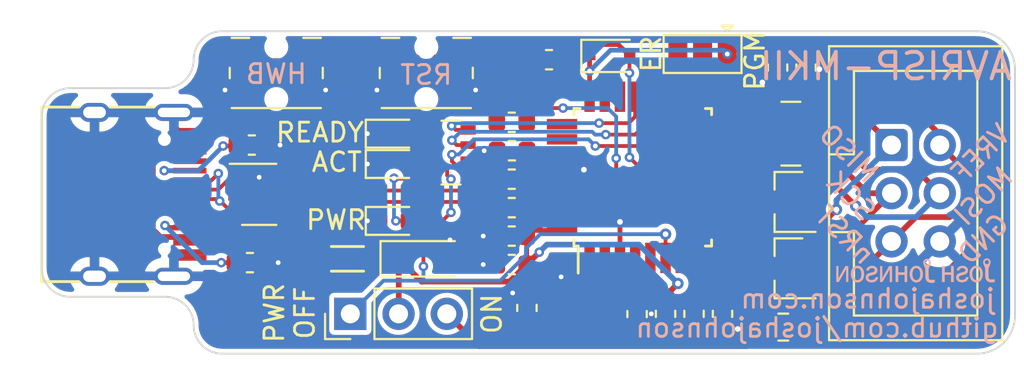
<source format=kicad_pcb>
(kicad_pcb (version 20201002) (generator pcbnew)
  (title_block (title "AVRISP-MKII") (date "2020-05-24") (rev "0.1") (company "Josh Johnson"))
  (layers (0 "F.Cu" signal) (31 "B.Cu" signal) (34 "B.Paste" user) (35 "F.Paste" user) (36 "B.SilkS" user "B.Silkscreen") (37 "F.SilkS" user "F.Silkscreen") (38 "B.Mask" user) (39 "F.Mask" user) (44 "Edge.Cuts" user))
  (net 0 "")
  (net 1 "GND")
  (net 2 "+5V")
  (net 3 "/RST")
  (net 4 "Net-(C5-Pad1)")
  (net 5 "Net-(C6-Pad1)")
  (net 6 "Net-(C7-Pad1)")
  (net 7 "VCC")
  (net 8 "Net-(C11-Pad1)")
  (net 9 "/V_TARGET")
  (net 10 "Net-(D2-Pad2)")
  (net 11 "Net-(D3-Pad2)")
  (net 12 "/ICSP_MOSI")
  (net 13 "/ICSP_MISO")
  (net 14 "Net-(D5-Pad2)")
  (net 15 "/ICSP_SCK")
  (net 16 "/ICSP_RST")
  (net 17 "Net-(F1-Pad2)")
  (net 18 "/D+")
  (net 19 "Net-(J1-PadA5)")
  (net 20 "/D-")
  (net 21 "Net-(J1-PadB5)")
  (net 22 "/USB_PWR_DET")
  (net 23 "Net-(R4-Pad1)")
  (net 24 "/USB_D+")
  (net 25 "Net-(R5-Pad1)")
  (net 26 "/USB_D-")
  (net 27 "Net-(R6-Pad1)")
  (net 28 "/LED_USB_PWR")
  (net 29 "/LED_READY")
  (net 30 "/LED_ACTIVITY")
  (net 31 "/PB2(MOSI)")
  (net 32 "/PB1(SCK)")
  (net 33 "/PB3(MISO)")
  (net 34 "/PB4(TARG_RST)")
  (net 35 "Net-(JP1-Pad2)")
  (module "LED_SMD:LED_0603_1608Metric" (layer "F.Cu") (at 147.8 106)
    (fp_text reference "D5" hide)
    (fp_text value "ACT")
    (pad "1" smd roundrect (at -0.7875 0) (size 0.875 0.95) (layers "F.Cu" "F.Paste" "F.Mask") (net 1 "GND"))
    (pad "2" smd roundrect (at 0.7875 0) (size 0.875 0.95) (layers "F.Cu" "F.Paste" "F.Mask") (net 14 "Net-(D5-Pad2)"))
  )
  (module "LED_SMD:LED_0603_1608Metric" (layer "F.Cu") (at 147.8 104.4)
    (fp_text reference "D3" hide)
    (fp_text value "STAT")
    (pad "1" smd roundrect (at -0.7875 0) (size 0.875 0.95) (layers "F.Cu" "F.Paste" "F.Mask") (net 1 "GND"))
    (pad "2" smd roundrect (at 0.7875 0) (size 0.875 0.95) (layers "F.Cu" "F.Paste" "F.Mask") (net 11 "Net-(D3-Pad2)"))
  )
  (module "Resistor_SMD:R_0603_1608Metric" (layer "F.Cu") (at 154 108.3 180)
    (fp_text reference "R6" hide)
    (fp_text value "22R")
    (pad "1" smd roundrect (at -0.7875 0 180) (size 0.875 0.95) (layers "F.Cu" "F.Paste" "F.Mask") (net 27 "Net-(R6-Pad1)"))
    (pad "2" smd roundrect (at 0.7875 0 180) (size 0.875 0.95) (layers "F.Cu" "F.Paste" "F.Mask") (net 26 "/USB_D-"))
  )
  (module "Capacitor_Tantalum_SMD:CP_EIA-3216-10_Kemet-I" (layer "F.Cu") (at 149.4 111)
    (fp_text reference "C4" hide)
    (fp_text value "100u")
    (pad "1" smd roundrect (at -1.35 0) (size 1.4 1.35) (layers "F.Cu" "F.Paste" "F.Mask") (roundrect_rratio 0.185185) (net 7 "VCC"))
    (pad "2" smd roundrect (at 1.35 0) (size 1.4 1.35) (layers "F.Cu" "F.Paste" "F.Mask") (roundrect_rratio 0.185185) (net 1 "GND"))
  )
  (module "Capacitor_SMD:C_0603_1608Metric" (layer "F.Cu") (at 154.8 113.5875 90)
    (fp_text reference "C5" hide)
    (fp_text value "15P")
    (pad "1" smd roundrect (at -0.7875 0 90) (size 0.875 0.95) (layers "F.Cu" "F.Paste" "F.Mask") (net 4 "Net-(C5-Pad1)"))
    (pad "2" smd roundrect (at 0.7875 0 90) (size 0.875 0.95) (layers "F.Cu" "F.Paste" "F.Mask") (net 1 "GND"))
  )
  (module "Capacitor_SMD:C_0603_1608Metric" (layer "F.Cu") (at 154.0125 105.3 180)
    (fp_text reference "C7" hide)
    (fp_text value "1u")
    (pad "1" smd roundrect (at -0.7875 0 180) (size 0.875 0.95) (layers "F.Cu" "F.Paste" "F.Mask") (net 6 "Net-(C7-Pad1)"))
    (pad "2" smd roundrect (at 0.7875 0 180) (size 0.875 0.95) (layers "F.Cu" "F.Paste" "F.Mask") (net 1 "GND"))
  )
  (module "Capacitor_SMD:C_0603_1608Metric" (layer "F.Cu") (at 154 111.3)
    (fp_text reference "C8" hide)
    (fp_text value "100n")
    (pad "1" smd roundrect (at -0.7875 0) (size 0.875 0.95) (layers "F.Cu" "F.Paste" "F.Mask") (net 1 "GND"))
    (pad "2" smd roundrect (at 0.7875 0) (size 0.875 0.95) (layers "F.Cu" "F.Paste" "F.Mask") (net 7 "VCC"))
  )
  (module "Capacitor_SMD:C_0603_1608Metric" (layer "F.Cu") (at 154 109.8)
    (fp_text reference "C9" hide)
    (fp_text value "100n")
    (pad "1" smd roundrect (at -0.7875 0) (size 0.875 0.95) (layers "F.Cu" "F.Paste" "F.Mask") (net 1 "GND"))
    (pad "2" smd roundrect (at 0.7875 0) (size 0.875 0.95) (layers "F.Cu" "F.Paste" "F.Mask") (net 7 "VCC"))
  )
  (module "LED_SMD:LED_0603_1608Metric" (layer "F.Cu") (at 147.8 109)
    (fp_text reference "D2" hide)
    (fp_text value "PWR")
    (pad "1" smd roundrect (at -0.7875 0) (size 0.875 0.95) (layers "F.Cu" "F.Paste" "F.Mask") (net 1 "GND"))
    (pad "2" smd roundrect (at 0.7875 0) (size 0.875 0.95) (layers "F.Cu" "F.Paste" "F.Mask") (net 10 "Net-(D2-Pad2)"))
  )
  (module "josh-passives-smt:Ferrite_Bead_0603" (layer "F.Cu") (at 145.4 111)
    (fp_text reference "FB1" hide)
    (fp_text value "600R" hide)
    (pad "1" smd rect (at -0.8 0) (size 0.85 1) (layers "F.Cu" "F.Paste" "F.Mask") (net 7 "VCC"))
    (pad "2" smd rect (at 0.8 0) (size 0.85 1) (layers "F.Cu" "F.Paste" "F.Mask") (net 2 "+5V"))
  )
  (module "Connector_PinHeader_2.54mm:PinHeader_1x03_P2.54mm_Vertical" (layer "F.Cu") (at 145.5 113.9 90)
    (fp_text reference "J3" hide)
    (fp_text value "2.54 THT")
    (pad "1" thru_hole rect (at 0 0 90) (size 1.7 1.7) (drill 1) (layers *.Cu *.Mask) (net 22 "/USB_PWR_DET"))
    (pad "2" thru_hole oval (at 0 2.54 90) (size 1.7 1.7) (drill 1) (layers *.Cu *.Mask) (net 7 "VCC"))
    (pad "3" thru_hole oval (at 0 5.08 90) (size 1.7 1.7) (drill 1) (layers *.Cu *.Mask) (net 17 "Net-(F1-Pad2)"))
  )
  (module "Resistor_SMD:R_0603_1608Metric" (layer "F.Cu") (at 140.3125 105 180)
    (fp_text reference "R1" hide)
    (fp_text value "5K1")
    (pad "1" smd roundrect (at -0.7875 0 180) (size 0.875 0.95) (layers "F.Cu" "F.Paste" "F.Mask") (net 1 "GND"))
    (pad "2" smd roundrect (at 0.7875 0 180) (size 0.875 0.95) (layers "F.Cu" "F.Paste" "F.Mask") (net 19 "Net-(J1-PadA5)"))
  )
  (module "Resistor_SMD:R_0603_1608Metric" (layer "F.Cu") (at 140.2125 111.2 180)
    (fp_text reference "R2" hide)
    (fp_text value "5K1")
    (pad "1" smd roundrect (at -0.7875 0 180) (size 0.875 0.95) (layers "F.Cu" "F.Paste" "F.Mask") (net 1 "GND"))
    (pad "2" smd roundrect (at 0.7875 0 180) (size 0.875 0.95) (layers "F.Cu" "F.Paste" "F.Mask") (net 21 "Net-(J1-PadB5)"))
  )
  (module "Resistor_SMD:R_0603_1608Metric" (layer "F.Cu") (at 154 103.8 180)
    (fp_text reference "R3" hide)
    (fp_text value "10K")
    (pad "1" smd roundrect (at -0.7875 0 180) (size 0.875 0.95) (layers "F.Cu" "F.Paste" "F.Mask") (net 7 "VCC"))
    (pad "2" smd roundrect (at 0.7875 0 180) (size 0.875 0.95) (layers "F.Cu" "F.Paste" "F.Mask") (net 3 "/RST"))
  )
  (module "Resistor_SMD:R_0603_1608Metric" (layer "F.Cu") (at 154 106.8 180)
    (fp_text reference "R5" hide)
    (fp_text value "22R")
    (pad "1" smd roundrect (at -0.7875 0 180) (size 0.875 0.95) (layers "F.Cu" "F.Paste" "F.Mask") (net 25 "Net-(R5-Pad1)"))
    (pad "2" smd roundrect (at 0.7875 0 180) (size 0.875 0.95) (layers "F.Cu" "F.Paste" "F.Mask") (net 24 "/USB_D+"))
  )
  (module "Resistor_SMD:R_Array_Convex_4x0603" (layer "F.Cu") (at 150.8 105.4 180)
    (fp_text reference "RN1" hide)
    (fp_text value "1K")
    (pad "1" smd rect (at -0.9 -1.2 180) (size 0.8 0.5) (layers "F.Cu" "F.Paste" "F.Mask") (net 28 "/LED_USB_PWR"))
    (pad "2" smd rect (at -0.9 -0.4 180) (size 0.8 0.4) (layers "F.Cu" "F.Paste" "F.Mask") (net 1 "GND"))
    (pad "3" smd rect (at -0.9 0.4 180) (size 0.8 0.4) (layers "F.Cu" "F.Paste" "F.Mask") (net 30 "/LED_ACTIVITY"))
    (pad "4" smd rect (at -0.9 1.2 180) (size 0.8 0.5) (layers "F.Cu" "F.Paste" "F.Mask") (net 29 "/LED_READY"))
    (pad "5" smd rect (at 0.9 1.2 180) (size 0.8 0.5) (layers "F.Cu" "F.Paste" "F.Mask") (net 11 "Net-(D3-Pad2)"))
    (pad "6" smd rect (at 0.9 0.4 180) (size 0.8 0.4) (layers "F.Cu" "F.Paste" "F.Mask") (net 14 "Net-(D5-Pad2)"))
    (pad "7" smd rect (at 0.9 -0.4 180) (size 0.8 0.4) (layers "F.Cu" "F.Paste" "F.Mask") (net 22 "/USB_PWR_DET"))
    (pad "8" smd rect (at 0.9 -1.2 180) (size 0.8 0.5) (layers "F.Cu" "F.Paste" "F.Mask") (net 10 "Net-(D2-Pad2)"))
  )
  (module "josh-buttons-switches:Panasonic_EVQPUL_EVQPUC" (layer "F.Cu") (at 149.5 101.2)
    (fp_text reference "SW2" hide)
    (fp_text value "SW_Push")
    (pad "" np_thru_hole circle (at 0 -1.375 180) (size 0.75 0.75) (drill 0.75) (layers *.Cu *.Mask))
    (pad "" np_thru_hole circle (at 0 1.375 180) (size 0.75 0.75) (drill 0.75) (layers *.Cu *.Mask))
    (pad "1" smd rect (at -2.625 -0.85 180) (size 1.55 1) (layers "F.Cu" "F.Paste" "F.Mask") (net 8 "Net-(C11-Pad1)"))
    (pad "1" smd rect (at 2.625 -0.85 180) (size 1.55 1) (layers "F.Cu" "F.Paste" "F.Mask") (net 8 "Net-(C11-Pad1)"))
    (pad "2" smd rect (at -2.625 0.85 180) (size 1.55 1) (layers "F.Cu" "F.Paste" "F.Mask") (net 1 "GND"))
    (pad "2" smd rect (at 2.625 0.85 180) (size 1.55 1) (layers "F.Cu" "F.Paste" "F.Mask") (net 1 "GND"))
  )
  (module "Package_TO_SOT_SMD:SOT-23-6" (layer "F.Cu") (at 140.7 107.6)
    (fp_text reference "U1" hide)
    (fp_text value "USBLC6-2SC6")
    (pad "1" smd rect (at -1.1 -0.95) (size 1.06 0.65) (layers "F.Cu" "F.Paste" "F.Mask") (net 18 "/D+"))
    (pad "2" smd rect (at -1.1 0) (size 1.06 0.65) (layers "F.Cu" "F.Paste" "F.Mask") (net 1 "GND"))
    (pad "3" smd rect (at -1.1 0.95) (size 1.06 0.65) (layers "F.Cu" "F.Paste" "F.Mask") (net 20 "/D-"))
    (pad "4" smd rect (at 1.1 0.95) (size 1.06 0.65) (layers "F.Cu" "F.Paste" "F.Mask") (net 26 "/USB_D-"))
    (pad "5" smd rect (at 1.1 0) (size 1.06 0.65) (layers "F.Cu" "F.Paste" "F.Mask") (net 2 "+5V"))
    (pad "6" smd rect (at 1.1 -0.95) (size 1.06 0.65) (layers "F.Cu" "F.Paste" "F.Mask") (net 24 "/USB_D+"))
  )
  (module "Package_TO_SOT_SMD:SOT-23" (layer "F.Cu") (at 168.6 111.5 180)
    (fp_text reference "D6" hide)
    (fp_text value "BAT54C")
    (pad "1" smd rect (at -1 -0.95 180) (size 0.9 0.8) (layers "F.Cu" "F.Paste" "F.Mask") (net 16 "/ICSP_RST"))
    (pad "2" smd rect (at -1 0.95 180) (size 0.9 0.8) (layers "F.Cu" "F.Paste" "F.Mask") (net 15 "/ICSP_SCK"))
    (pad "3" smd rect (at 1 0 180) (size 0.9 0.8) (layers "F.Cu" "F.Paste" "F.Mask") (net 9 "/V_TARGET"))
  )
  (module "Capacitor_SMD:C_0603_1608Metric" (layer "F.Cu") (at 165.1 113.9 -90)
    (fp_text reference "C11" hide)
    (fp_text value "10u")
    (pad "1" smd roundrect (at -0.7875 0 270) (size 0.875 0.95) (layers "F.Cu" "F.Paste" "F.Mask") (net 8 "Net-(C11-Pad1)"))
    (pad "2" smd roundrect (at 0.7875 0 270) (size 0.875 0.95) (layers "F.Cu" "F.Paste" "F.Mask") (net 1 "GND"))
  )
  (module "Capacitor_SMD:C_0603_1608Metric" (layer "F.Cu") (at 168 100.9125 -90)
    (fp_text reference "C12" hide)
    (fp_text value "100n")
    (pad "1" smd roundrect (at -0.7875 0 270) (size 0.875 0.95) (layers "F.Cu" "F.Paste" "F.Mask") (net 9 "/V_TARGET"))
    (pad "2" smd roundrect (at 0.7875 0 270) (size 0.875 0.95) (layers "F.Cu" "F.Paste" "F.Mask") (net 1 "GND"))
  )
  (module "Package_TO_SOT_SMD:SOT-23" (layer "F.Cu") (at 168.6 108 180)
    (fp_text reference "D4" hide)
    (fp_text value "BAT54C")
    (pad "1" smd rect (at -1 -0.95 180) (size 0.9 0.8) (layers "F.Cu" "F.Paste" "F.Mask") (net 13 "/ICSP_MISO"))
    (pad "2" smd rect (at -1 0.95 180) (size 0.9 0.8) (layers "F.Cu" "F.Paste" "F.Mask") (net 12 "/ICSP_MOSI"))
    (pad "3" smd rect (at 1 0 180) (size 0.9 0.8) (layers "F.Cu" "F.Paste" "F.Mask") (net 9 "/V_TARGET"))
  )
  (module "Resistor_SMD:R_0603_1608Metric" (layer "F.Cu") (at 155.9625 100.5)
    (fp_text reference "R4" hide)
    (fp_text value "100R")
    (pad "1" smd roundrect (at -0.7875 0) (size 0.875 0.95) (layers "F.Cu" "F.Paste" "F.Mask") (net 23 "Net-(R4-Pad1)"))
    (pad "2" smd roundrect (at 0.7875 0) (size 0.875 0.95) (layers "F.Cu" "F.Paste" "F.Mask") (net 3 "/RST"))
  )
  (module "Connector_IDC:IDC-Header_2x03_P2.54mm_Vertical" (layer "F.Cu") (at 174 105)
    (fp_text reference "J4" hide)
    (fp_text value "AVR ISP")
    (pad "1" thru_hole roundrect (at 0 0) (size 1.7 1.7) (drill 1) (layers *.Cu *.Mask) (roundrect_rratio 0.147059) (net 13 "/ICSP_MISO"))
    (pad "2" thru_hole circle (at 2.54 0) (size 1.7 1.7) (drill 1) (layers *.Cu *.Mask) (net 9 "/V_TARGET"))
    (pad "3" thru_hole circle (at 0 2.54) (size 1.7 1.7) (drill 1) (layers *.Cu *.Mask) (net 15 "/ICSP_SCK"))
    (pad "4" thru_hole circle (at 2.54 2.54) (size 1.7 1.7) (drill 1) (layers *.Cu *.Mask) (net 12 "/ICSP_MOSI"))
    (pad "5" thru_hole circle (at 0 5.08) (size 1.7 1.7) (drill 1) (layers *.Cu *.Mask) (net 16 "/ICSP_RST"))
    (pad "6" thru_hole circle (at 2.54 5.08) (size 1.7 1.7) (drill 1) (layers *.Cu *.Mask) (net 1 "GND"))
  )
  (module "josh-oscillators:Crystal_SMD_3225-4Pin_3.2x2.5mm" (layer "F.Cu") (at 157.7 113.7)
    (fp_text reference "Y1" hide)
    (fp_text value "16MHz")
    (pad "1" smd rect (at -1.1 0.85) (size 1.4 1.2) (layers "F.Cu" "F.Paste" "F.Mask") (net 4 "Net-(C5-Pad1)"))
    (pad "2" smd rect (at 1.1 0.85) (size 1.4 1.2) (layers "F.Cu" "F.Paste" "F.Mask") (net 1 "GND"))
    (pad "3" smd rect (at 1.1 -0.85) (size 1.4 1.2) (layers "F.Cu" "F.Paste" "F.Mask") (net 5 "Net-(C6-Pad1)"))
    (pad "4" smd rect (at -1.1 -0.85) (size 1.4 1.2) (layers "F.Cu" "F.Paste" "F.Mask") (net 1 "GND"))
  )
  (module "Package_QFP:TQFP-32_7x7mm_P0.8mm" (layer "F.Cu") (at 160.9 106.7 90)
    (fp_text reference "U4" hide)
    (fp_text value "AT90USB162-16AU")
    (pad "1" smd rect (at -4.25 -2.8 90) (size 1.6 0.55) (layers "F.Cu" "F.Paste" "F.Mask") (net 4 "Net-(C5-Pad1)"))
    (pad "2" smd rect (at -4.25 -2 90) (size 1.6 0.55) (layers "F.Cu" "F.Paste" "F.Mask") (net 5 "Net-(C6-Pad1)"))
    (pad "3" smd rect (at -4.25 -1.2 90) (size 1.6 0.55) (layers "F.Cu" "F.Paste" "F.Mask") (net 1 "GND"))
    (pad "4" smd rect (at -4.25 -0.4 90) (size 1.6 0.55) (layers "F.Cu" "F.Paste" "F.Mask") (net 7 "VCC"))
    (pad "5" smd rect (at -4.25 0.4 90) (size 1.6 0.55) (layers "F.Cu" "F.Paste" "F.Mask"))
    (pad "6" smd rect (at -4.25 1.2 90) (size 1.6 0.55) (layers "F.Cu" "F.Paste" "F.Mask") (net 22 "/USB_PWR_DET"))
    (pad "7" smd rect (at -4.25 2 90) (size 1.6 0.55) (layers "F.Cu" "F.Paste" "F.Mask"))
    (pad "8" smd rect (at -4.25 2.8 90) (size 1.6 0.55) (layers "F.Cu" "F.Paste" "F.Mask"))
    (pad "9" smd rect (at -2.8 4.25 180) (size 1.6 0.55) (layers "F.Cu" "F.Paste" "F.Mask"))
    (pad "10" smd rect (at -2 4.25 180) (size 1.6 0.55) (layers "F.Cu" "F.Paste" "F.Mask"))
    (pad "11" smd rect (at -1.2 4.25 180) (size 1.6 0.55) (layers "F.Cu" "F.Paste" "F.Mask"))
    (pad "12" smd rect (at -0.4 4.25 180) (size 1.6 0.55) (layers "F.Cu" "F.Paste" "F.Mask"))
    (pad "13" smd rect (at 0.4 4.25 180) (size 1.6 0.55) (layers "F.Cu" "F.Paste" "F.Mask") (net 8 "Net-(C11-Pad1)"))
    (pad "14" smd rect (at 1.2 4.25 180) (size 1.6 0.55) (layers "F.Cu" "F.Paste" "F.Mask"))
    (pad "15" smd rect (at 2 4.25 180) (size 1.6 0.55) (layers "F.Cu" "F.Paste" "F.Mask") (net 32 "/PB1(SCK)"))
    (pad "16" smd rect (at 2.8 4.25 180) (size 1.6 0.55) (layers "F.Cu" "F.Paste" "F.Mask") (net 31 "/PB2(MOSI)"))
    (pad "17" smd rect (at 4.25 2.8 90) (size 1.6 0.55) (layers "F.Cu" "F.Paste" "F.Mask") (net 33 "/PB3(MISO)"))
    (pad "18" smd rect (at 4.25 2 90) (size 1.6 0.55) (layers "F.Cu" "F.Paste" "F.Mask") (net 34 "/PB4(TARG_RST)"))
    (pad "19" smd rect (at 4.25 1.2 90) (size 1.6 0.55) (layers "F.Cu" "F.Paste" "F.Mask") (net 28 "/LED_USB_PWR"))
    (pad "20" smd rect (at 4.25 0.4 90) (size 1.6 0.55) (layers "F.Cu" "F.Paste" "F.Mask") (net 30 "/LED_ACTIVITY"))
    (pad "21" smd rect (at 4.25 -0.4 90) (size 1.6 0.55) (layers "F.Cu" "F.Paste" "F.Mask") (net 29 "/LED_READY"))
    (pad "22" smd rect (at 4.25 -1.2 90) (size 1.6 0.55) (layers "F.Cu" "F.Paste" "F.Mask"))
    (pad "23" smd rect (at 4.25 -2 90) (size 1.6 0.55) (layers "F.Cu" "F.Paste" "F.Mask"))
    (pad "24" smd rect (at 4.25 -2.8 90) (size 1.6 0.55) (layers "F.Cu" "F.Paste" "F.Mask") (net 3 "/RST"))
    (pad "25" smd rect (at 2.8 -4.25 180) (size 1.6 0.55) (layers "F.Cu" "F.Paste" "F.Mask"))
    (pad "26" smd rect (at 2 -4.25 180) (size 1.6 0.55) (layers "F.Cu" "F.Paste" "F.Mask"))
    (pad "27" smd rect (at 1.2 -4.25 180) (size 1.6 0.55) (layers "F.Cu" "F.Paste" "F.Mask") (net 6 "Net-(C7-Pad1)"))
    (pad "28" smd rect (at 0.4 -4.25 180) (size 1.6 0.55) (layers "F.Cu" "F.Paste" "F.Mask") (net 1 "GND"))
    (pad "29" smd rect (at -0.4 -4.25 180) (size 1.6 0.55) (layers "F.Cu" "F.Paste" "F.Mask") (net 25 "Net-(R5-Pad1)"))
    (pad "30" smd rect (at -1.2 -4.25 180) (size 1.6 0.55) (layers "F.Cu" "F.Paste" "F.Mask") (net 27 "Net-(R6-Pad1)"))
    (pad "31" smd rect (at -2 -4.25 180) (size 1.6 0.55) (layers "F.Cu" "F.Paste" "F.Mask") (net 7 "VCC"))
    (pad "32" smd rect (at -2.8 -4.25 180) (size 1.6 0.55) (layers "F.Cu" "F.Paste" "F.Mask") (net 7 "VCC"))
  )
  (module "Resistor_SMD:R_0603_1608Metric" (layer "F.Cu") (at 163.6 113.9 90)
    (fp_text reference "R8" hide)
    (fp_text value "1M")
    (pad "1" smd roundrect (at -0.7875 0 90) (size 0.875 0.95) (layers "F.Cu" "F.Paste" "F.Mask") (net 7 "VCC"))
    (pad "2" smd roundrect (at 0.7875 0 90) (size 0.875 0.95) (layers "F.Cu" "F.Paste" "F.Mask") (net 8 "Net-(C11-Pad1)"))
  )
  (module "Capacitor_SMD:C_0603_1608Metric" (layer "F.Cu") (at 160.6 113.9125 -90)
    (fp_text reference "C6" hide)
    (fp_text value "15P")
    (pad "1" smd roundrect (at -0.7875 0 270) (size 0.875 0.95) (layers "F.Cu" "F.Paste" "F.Mask") (net 5 "Net-(C6-Pad1)"))
    (pad "2" smd roundrect (at 0.7875 0 270) (size 0.875 0.95) (layers "F.Cu" "F.Paste" "F.Mask") (net 1 "GND"))
  )
  (module "Resistor_SMD:R_0603_1608Metric" (layer "F.Cu") (at 169.5 100.9125 -90)
    (fp_text reference "R9" hide)
    (fp_text value "200R")
    (pad "1" smd roundrect (at -0.7875 0 270) (size 0.875 0.95) (layers "F.Cu" "F.Paste" "F.Mask") (net 9 "/V_TARGET"))
    (pad "2" smd roundrect (at 0.7875 0 270) (size 0.875 0.95) (layers "F.Cu" "F.Paste" "F.Mask") (net 1 "GND"))
  )
  (module "Diode_SMD:D_SOD-323" (layer "F.Cu") (at 159.1625 100.3)
    (fp_text reference "D1" hide)
    (fp_text value "1N4148")
    (pad "1" smd rect (at -1.05 0) (size 0.6 0.45) (layers "F.Cu" "F.Paste" "F.Mask") (net 3 "/RST"))
    (pad "2" smd rect (at 1.05 0) (size 0.6 0.45) (layers "F.Cu" "F.Paste" "F.Mask") (net 8 "Net-(C11-Pad1)"))
  )
  (module "Capacitor_SMD:C_0603_1608Metric" (layer "F.Cu") (at 162.1 113.9 90)
    (fp_text reference "C10" hide)
    (fp_text value "100n")
    (pad "1" smd roundrect (at -0.7875 0 90) (size 0.875 0.95) (layers "F.Cu" "F.Paste" "F.Mask") (net 1 "GND"))
    (pad "2" smd roundrect (at 0.7875 0 90) (size 0.875 0.95) (layers "F.Cu" "F.Paste" "F.Mask") (net 7 "VCC"))
  )
  (module "Resistor_SMD:R_Array_Convex_4x0603" (layer "F.Cu") (at 168.7 104.4)
    (fp_text reference "RN2" hide)
    (fp_text value "1K")
    (pad "1" smd rect (at -0.9 -1.2) (size 0.8 0.5) (layers "F.Cu" "F.Paste" "F.Mask") (net 35 "Net-(JP1-Pad2)"))
    (pad "2" smd rect (at -0.9 -0.4) (size 0.8 0.4) (layers "F.Cu" "F.Paste" "F.Mask") (net 33 "/PB3(MISO)"))
    (pad "3" smd rect (at -0.9 0.4) (size 0.8 0.4) (layers "F.Cu" "F.Paste" "F.Mask") (net 31 "/PB2(MOSI)"))
    (pad "4" smd rect (at -0.9 1.2) (size 0.8 0.5) (layers "F.Cu" "F.Paste" "F.Mask") (net 32 "/PB1(SCK)"))
    (pad "5" smd rect (at 0.9 1.2) (size 0.8 0.5) (layers "F.Cu" "F.Paste" "F.Mask") (net 15 "/ICSP_SCK"))
    (pad "6" smd rect (at 0.9 0.4) (size 0.8 0.4) (layers "F.Cu" "F.Paste" "F.Mask") (net 12 "/ICSP_MOSI"))
    (pad "7" smd rect (at 0.9 -0.4) (size 0.8 0.4) (layers "F.Cu" "F.Paste" "F.Mask") (net 13 "/ICSP_MISO"))
    (pad "8" smd rect (at 0.9 -1.2) (size 0.8 0.5) (layers "F.Cu" "F.Paste" "F.Mask") (net 16 "/ICSP_RST"))
  )
  (module "josh-passives-smt:Fuse_0805_2012Metric" (layer "F.Cu") (at 168.3 114.6 180)
    (fp_text reference "F1" hide)
    (fp_text value "100mA")
    (pad "1" smd roundrect (at -0.9375 0 180) (size 0.975 1.4) (layers "F.Cu" "F.Paste" "F.Mask") (net 9 "/V_TARGET"))
    (pad "2" smd roundrect (at 0.9375 0 180) (size 0.975 1.4) (layers "F.Cu" "F.Paste" "F.Mask") (net 17 "Net-(F1-Pad2)"))
  )
  (module "josh-buttons-switches:Panasonic_EVQPUL_EVQPUC" (layer "F.Cu") (at 141.6 101.2)
    (fp_text reference "SW1" hide)
    (fp_text value "RST")
    (pad "" np_thru_hole circle (at 0 1.375 180) (size 0.75 0.75) (drill 0.75) (layers *.Cu *.Mask))
    (pad "" np_thru_hole circle (at 0 -1.375 180) (size 0.75 0.75) (drill 0.75) (layers *.Cu *.Mask))
    (pad "1" smd rect (at 2.625 -0.85 180) (size 1.55 1) (layers "F.Cu" "F.Paste" "F.Mask") (net 23 "Net-(R4-Pad1)"))
    (pad "1" smd rect (at -2.625 -0.85 180) (size 1.55 1) (layers "F.Cu" "F.Paste" "F.Mask") (net 23 "Net-(R4-Pad1)"))
    (pad "2" smd rect (at 2.625 0.85 180) (size 1.55 1) (layers "F.Cu" "F.Paste" "F.Mask") (net 1 "GND"))
    (pad "2" smd rect (at -2.625 0.85 180) (size 1.55 1) (layers "F.Cu" "F.Paste" "F.Mask") (net 1 "GND"))
  )
  (module "josh-connectors:USB_C_U262-161N-4BVC11" (layer "F.Cu") (at 133.9 107.6 -90)
    (fp_text reference "J1" hide)
    (fp_text value "USB_C_Receptacle_USB2.0")
    (pad "" np_thru_hole circle (at -2.89 -1.81 270) (size 0.65 0.65) (drill 0.65) (layers *.Cu *.Mask) (clearance 0.01))
    (pad "" np_thru_hole circle (at 2.89 -1.81 270) (size 0.65 0.65) (drill 0.65) (layers *.Cu *.Mask) (clearance 0.01))
    (pad "A1" smd rect (at -3.35 -3.15 270) (size 0.3 1.75) (layers "F.Cu" "F.Paste" "F.Mask") (net 1 "GND") (clearance 0.01))
    (pad "A4" smd rect (at -2.55 -3.15 270) (size 0.3 1.75) (layers "F.Cu" "F.Paste" "F.Mask") (net 2 "+5V") (clearance 0.01))
    (pad "A5" smd rect (at -1.25 -3.15 270) (size 0.3 1.75) (layers "F.Cu" "F.Paste" "F.Mask") (net 19 "Net-(J1-PadA5)"))
    (pad "A6" smd rect (at -0.25 -3.15 270) (size 0.3 1.75) (layers "F.Cu" "F.Paste" "F.Mask") (net 18 "/D+"))
    (pad "A7" smd rect (at 0.25 -3.15 270) (size 0.3 1.75) (layers "F.Cu" "F.Paste" "F.Mask") (net 20 "/D-"))
    (pad "A8" smd rect (at 1.25 -3.15 270) (size 0.3 1.75) (layers "F.Cu" "F.Paste" "F.Mask"))
    (pad "A9" smd rect (at 2.55 -3.15 270) (size 0.3 1.75) (layers "F.Cu" "F.Paste" "F.Mask") (net 2 "+5V") (clearance 0.01))
    (pad "A12" smd rect (at 3.35 -3.15 270) (size 0.3 1.75) (layers "F.Cu" "F.Paste" "F.Mask") (net 1 "GND") (clearance 0.01))
    (pad "B1" smd rect (at 3.05 -3.15 270) (size 0.3 1.75) (layers "F.Cu" "F.Paste" "F.Mask") (net 1 "GND") (clearance 0.01))
    (pad "B4" smd rect (at 2.25 -3.15 270) (size 0.3 1.75) (layers "F.Cu" "F.Paste" "F.Mask") (net 2 "+5V") (clearance 0.01))
    (pad "B5" smd rect (at 1.75 -3.15 270) (size 0.3 1.75) (layers "F.Cu" "F.Paste" "F.Mask") (net 21 "Net-(J1-PadB5)"))
    (pad "B6" smd rect (at 0.75 -3.15 270) (size 0.3 1.75) (layers "F.Cu" "F.Paste" "F.Mask") (net 18 "/D+"))
    (pad "B7" smd rect (at -0.75 -3.15 270) (size 0.3 1.75) (layers "F.Cu" "F.Paste" "F.Mask") (net 20 "/D-"))
    (pad "B8" smd rect (at -1.75 -3.15 270) (size 0.3 1.75) (layers "F.Cu" "F.Paste" "F.Mask"))
    (pad "B9" smd rect (at -2.25 -3.15 270) (size 0.3 1.75) (layers "F.Cu" "F.Paste" "F.Mask") (net 2 "+5V") (clearance 0.01))
    (pad "B12" smd rect (at -3.05 -3.15 270) (size 0.3 1.75) (layers "F.Cu" "F.Paste" "F.Mask") (net 1 "GND") (clearance 0.01))
    (pad "S1" thru_hole oval (at -4.32 -2.31 270) (size 0.9 2.1) (drill oval 0.5 1.7) (layers *.Cu *.Mask "F.Paste") (net 1 "GND"))
    (pad "S1" thru_hole oval (at -4.32 1.87 270) (size 1 1.6) (drill oval 0.6 1.2) (layers *.Cu *.Mask "F.Paste") (net 1 "GND"))
    (pad "S1" thru_hole oval (at 4.32 -2.31 270) (size 0.9 2.1) (drill oval 0.5 1.7) (layers *.Cu *.Mask "F.Paste") (net 1 "GND"))
    (pad "S1" thru_hole oval (at 4.32 1.87 270) (size 1 1.6) (drill oval 0.6 1.2) (layers *.Cu *.Mask "F.Paste") (net 1 "GND"))
  )
  (module "Jumper:SolderJumper-3_P1.3mm_Open_Pad1.0x1.5mm" (layer "F.Cu") (at 164.05 100.2 180)
    (fp_text reference "JP1" hide)
    (fp_text value "Jumper_3_Bridged12-Jumper")
    (pad "1" smd rect (at -1.3 0 180) (size 1 1.5) (layers "F.Cu" "F.Mask") (net 3 "/RST"))
    (pad "2" smd rect (at 0 0 180) (size 1 1.5) (layers "F.Cu" "F.Mask") (net 35 "Net-(JP1-Pad2)"))
    (pad "3" smd rect (at 1.3 0 180) (size 1 1.5) (layers "F.Cu" "F.Mask") (net 34 "/PB4(TARG_RST)"))
  )
  (module "josh-logos:josh-details" (layer "B.Cu") (at 174.75 112.6 180)
    (fp_text reference "LOGO3" hide)
    (fp_text value "Josh-Details")
    (fp_text user "github.com/joshajohnson" (at 4.6736 -2.032) (layer "B.SilkS") (effects (justify mirror)))
    (fp_text user "joshajohnson.com" (at 2 -0.5) (layer "B.SilkS") (effects (justify mirror)))
  )
  (module "josh-logos:OSHW_Logo_3.6x3.6_F.Mask" (layer "B.Cu") (at 133.8 107.6 -90)
    (fp_text reference "LOGO4" hide)
    (fp_text value "OSHW_FMask" hide)
  )
  (module "josh-logos:board-title" (layer "B.Cu") (at 172.2 98.85 180)
    (fp_text reference "LOGO1" hide)
    (fp_text value "Board-Title")
    (fp_text user "AVRISP-MKII" (at -1.5 -2) (layer "B.SilkS") (effects (font (size 1.4 1.4) (thickness 0.2)) (justify mirror)))
  )
  (module "josh-logos:josh-johnson-logo-8_6x1_5" (layer "B.Cu") (at 175.25 111.6 180)
    (fp_text reference "LOGO2" hide)
    (fp_text value "Josh-Logo" hide)
  )
  (gr_arc (start 178.5 114) (end 178.5 116) (angle -90) (layer "Edge.Cuts") (width 0.1))
  (gr_line (start 180.5 114) (end 180.5 101) (layer "Edge.Cuts") (width 0.1))
  (gr_arc (start 135.75 100.5) (end 135.75 102) (angle -90) (layer "Edge.Cuts") (width 0.1))
  (gr_arc (start 130.75 103.5) (end 130.75 102) (angle -90) (layer "Edge.Cuts") (width 0.1))
  (gr_line (start 135.75 102) (end 130.75 102) (layer "Edge.Cuts") (width 0.1))
  (gr_line (start 178.5 99) (end 138.75 99) (layer "Edge.Cuts") (width 0.1))
  (gr_line (start 178.5 116) (end 138.75 116) (layer "Edge.Cuts") (width 0.1))
  (gr_arc (start 138.75 114.5) (end 137.25 114.5) (angle -90) (layer "Edge.Cuts") (width 0.1))
  (gr_arc (start 135.75 114.5) (end 137.25 114.5) (angle -90) (layer "Edge.Cuts") (width 0.1))
  (gr_arc (start 130.75 111.5) (end 129.25 111.5) (angle -90) (layer "Edge.Cuts") (width 0.1))
  (gr_line (start 130.75 113) (end 135.75 113) (layer "Edge.Cuts") (width 0.1))
  (gr_line (start 129.25 111.5) (end 129.25 103.5) (layer "Edge.Cuts") (width 0.1))
  (gr_arc (start 138.75 100.5) (end 138.75 99) (angle -90) (layer "Edge.Cuts") (width 0.1))
  (gr_arc (start 178.5 101) (end 180.5 101) (angle -90) (layer "Edge.Cuts") (width 0.1))
  (gr_text "nRST" (at 171.55 109.75 315) (layer "B.SilkS") (effects (font (size 1 1)) (justify mirror)))
  (gr_text "SCK" (at 171.85 107.7 315) (layer "B.SilkS") (effects (font (size 1 1)) (justify mirror)))
  (gr_text "MISO" (at 171.75 105.45 315) (layer "B.SilkS") (effects (font (size 1 1)) (justify mirror)))
  (gr_text "VREF" (at 178.7 105.45 45) (layer "B.SilkS") (effects (font (size 1 1)) (justify mirror)))
  (gr_text "MOSI" (at 178.85 107.7 45) (layer "B.SilkS") (effects (font (size 1 1)) (justify mirror)))
  (gr_text "RST" (at 149.5 101.3) (layer "B.SilkS") (effects (font (size 1 1)) (justify mirror)))
  (gr_text "HWB" (at 141.6 101.25) (layer "B.SilkS") (effects (font (size 1 1)) (justify mirror)))
  (gr_text "GND" (at 178.85 109.95 45) (layer "B.SilkS") (effects (font (size 1 1)) (justify mirror)))
  (gr_text "ON" (at 152.9525 113.9 90) (layer "F.SilkS") (effects (font (size 1 1))))
  (gr_text "ACT" (at 144.7875 105.9) (layer "F.SilkS") (effects (font (size 1 1))))
  (gr_text "READY" (at 143.9 104.3375) (layer "F.SilkS") (effects (font (size 1 1))))
  (gr_text "PWR\nOFF" (at 142.3 113.85 90) (layer "F.SilkS") (effects (font (size 1 1))))
  (gr_text "PGM" (at 166.8025 100.55 90) (layer "F.SilkS") (effects (font (size 1 1))))
  (gr_text "ER" (at 161.35 100.2 90) (layer "F.SilkS") (effects (font (size 1 1))))
  (gr_text "PWR" (at 144.75 108.95) (layer "F.SilkS") (effects (font (size 1 1))))
  (segment (start 158.8 114.55) (end 159.05 114.55) (width 0.25) (layer "F.Cu") (net 1))
  (segment (start 160.6 114.7) (end 161.3 114.7) (width 0.25) (layer "F.Cu") (net 1))
  (segment (start 168 101.7) (end 169.5 101.7) (width 0.3) (layer "F.Cu") (net 1))
  (segment (start 156.65 106.3) (end 157.8 106.3) (width 0.25) (layer "F.Cu") (net 1))
  (segment (start 140.7 107.2) (end 140.7 106.7) (width 0.3) (layer "F.Cu") (net 1))
  (segment (start 161.3 114.7) (end 162.0875 114.7) (width 0.25) (layer "F.Cu") (net 1))
  (segment (start 136.75 104.55) (end 136.21 104.01) (width 0.3) (layer "F.Cu") (net 1))
  (segment (start 147.0125 106) (end 146.4 106) (width 0.25) (layer "F.Cu") (net 1))
  (segment (start 154.8 112.8) (end 156.55 112.8) (width 0.25) (layer "F.Cu") (net 1))
  (segment (start 158.95 114.7) (end 158.8 114.55) (width 0.25) (layer "F.Cu") (net 1))
  (segment (start 168 101.7) (end 167.2 101.7) (width 0.3) (layer "F.Cu") (net 1))
  (segment (start 153.2125 111.3) (end 152.5 111.3) (width 0.25) (layer "F.Cu") (net 1))
  (segment (start 160.6 114.7) (end 158.95 114.7) (width 0.25) (layer "F.Cu") (net 1))
  (segment (start 136.21 104.01) (end 136.21 103.28) (width 0.3) (layer "F.Cu") (net 1))
  (segment (start 169.5 101.7) (end 170.2 101) (width 0.3) (layer "F.Cu") (net 1))
  (segment (start 160.6 114.65) (end 161.35 113.9) (width 0.3) (layer "F.Cu") (net 1))
  (segment (start 158.8 114.55) (end 158.8 114.55) (width 0.25) (layer "F.Cu") (net 1))
  (segment (start 162.1 114.6875) (end 161.35 113.9375) (width 0.25) (layer "F.Cu") (net 1))
  (segment (start 147.0125 109) (end 146.4 109) (width 0.25) (layer "F.Cu") (net 1))
  (segment (start 139.6 107.6) (end 140.3 107.6) (width 0.3) (layer "F.Cu") (net 1))
  (segment (start 136.65 110.65) (end 136.21 111.09) (width 0.3) (layer "F.Cu") (net 1))
  (segment (start 165.1 114.6875) (end 165.8875 114.6875) (width 0.3) (layer "F.Cu") (net 1))
  (segment (start 151.7 105.8) (end 152.05 105.8) (width 0.2) (layer "F.Cu") (net 1))
  (segment (start 136.21 111.09) (end 136.21 111.92) (width 0.3) (layer "F.Cu") (net 1))
  (segment (start 153.2125 109.8) (end 152.5 109.8) (width 0.25) (layer "F.Cu") (net 1))
  (segment (start 153.225 105.3) (end 152.55 105.3) (width 0.25) (layer "F.Cu") (net 1))
  (segment (start 152.05 105.8) (end 152.55 105.3) (width 0.2) (layer "F.Cu") (net 1))
  (segment (start 156.55 112.8) (end 156.6 112.85) (width 0.25) (layer "F.Cu") (net 1))
  (segment (start 165.8875 114.6875) (end 165.9 114.7) (width 0.3) (layer "F.Cu") (net 1))
  (segment (start 147.0125 104.4) (end 146.4 104.4) (width 0.25) (layer "F.Cu") (net 1))
  (segment (start 161.35 113.9375) (end 161.35 113.9) (width 0.25) (layer "F.Cu") (net 1))
  (segment (start 159.05 114.55) (end 159.3 114.3) (width 0.25) (layer "F.Cu") (net 1))
  (segment (start 141 111.2) (end 141.7 111.2) (width 0.25) (layer "F.Cu") (net 1))
  (segment (start 137.05 104.55) (end 136.75 104.55) (width 0.3) (layer "F.Cu") (net 1))
  (segment (start 137.05 110.65) (end 136.65 110.65) (width 0.3) (layer "F.Cu") (net 1))
  (segment (start 160.6 114.7) (end 160.6 114.65) (width 0.3) (layer "F.Cu") (net 1))
  (segment (start 140.3 107.6) (end 140.7 107.2) (width 0.3) (layer "F.Cu") (net 1))
  (segment (start 150.75 111) (end 150.75 110) (width 0.3) (layer "F.Cu") (net 1))
  (segment (start 159.7 110.95) (end 159.7 109.05) (width 0.25) (layer "F.Cu") (net 1))
  (segment (start 156.6 112.85) (end 156.6 111.95) (width 0.25) (layer "F.Cu") (net 1))
  (segment (start 154.8 112.8) (end 154.05 112.8) (width 0.25) (layer "F.Cu") (net 1))
  (segment (start 141.1 105) (end 141.8 105) (width 0.3) (layer "F.Cu") (net 1))
  (segment (start 162.0875 114.7) (end 162.1 114.6875) (width 0.25) (layer "F.Cu") (net 1))
  (via (at 141.7 111.2) (size 0.5) (drill 0.25) (layers "F.Cu" "B.Cu") (net 1))
  (via (at 157.8 106.3) (size 0.6) (drill 0.3) (layers "F.Cu" "B.Cu") (net 1))
  (via (at 146.4 104.4) (size 0.5) (drill 0.25) (layers "F.Cu" "B.Cu") (net 1))
  (via (at 152.55 105.3) (size 0.5) (drill 0.25) (layers "F.Cu" "B.Cu") (net 1))
  (via (at 159.7 109.05) (size 0.6) (drill 0.3) (layers "F.Cu" "B.Cu") (net 1))
  (via (at 152.5 109.8) (size 0.5) (drill 0.25) (layers "F.Cu" "B.Cu") (net 1))
  (via (at 170.2 101) (size 0.6) (drill 0.3) (layers "F.Cu" "B.Cu") (net 1))
  (via (at 144.2 102.1) (size 0.5) (drill 0.25) (layers "F.Cu" "B.Cu") (net 1))
  (via (at 154.05 112.8) (size 0.5) (drill 0.25) (layers "F.Cu" "B.Cu") (net 1))
  (via (at 150.75 110) (size 0.5) (drill 0.25) (layers "F.Cu" "B.Cu") (net 1))
  (via (at 141.8 105) (size 0.5) (drill 0.25) (layers "F.Cu" "B.Cu") (net 1))
  (via (at 140.7 106.7) (size 0.5) (drill 0.25) (layers "F.Cu" "B.Cu") (net 1))
  (via (at 161.35 113.9) (size 0.5) (drill 0.25) (layers "F.Cu" "B.Cu") (net 1))
  (via (at 165.9 114.7) (size 0.6) (drill 0.3) (layers "F.Cu" "B.Cu") (net 1))
  (via (at 152.1 102.1) (size 0.5) (drill 0.25) (layers "F.Cu" "B.Cu") (net 1))
  (via (at 146.4 106) (size 0.5) (drill 0.25) (layers "F.Cu" "B.Cu") (net 1))
  (via (at 146.4 109) (size 0.5) (drill 0.25) (layers "F.Cu" "B.Cu") (net 1))
  (via (at 138.9 102.1) (size 0.5) (drill 0.25) (layers "F.Cu" "B.Cu") (net 1))
  (via (at 146.9 102.1) (size 0.5) (drill 0.25) (layers "F.Cu" "B.Cu") (net 1))
  (via (at 167.2 101.7) (size 0.6) (drill 0.3) (layers "F.Cu" "B.Cu") (net 1))
  (via (at 156.6 111.95) (size 0.5) (drill 0.25) (layers "F.Cu" "B.Cu") (net 1))
  (via (at 152.5 111.3) (size 0.5) (drill 0.25) (layers "F.Cu" "B.Cu") (net 1))
  (segment (start 140.7 109.2) (end 140.7 110.1) (width 0.3) (layer "F.Cu") (net 2))
  (segment (start 140.65 110.15) (end 142.2 110.15) (width 0.3) (layer "F.Cu") (net 2))
  (segment (start 140.7 110.1) (end 140.65 110.15) (width 0.3) (layer "F.Cu") (net 2))
  (segment (start 135.5 109.85) (end 135.1 109.45) (width 0.3) (layer "F.Cu") (net 2))
  (segment (start 135.65 105.35) (end 137.05 105.35) (width 0.3) (layer "F.Cu") (net 2))
  (segment (start 140.7 108) (end 141.1 107.6) (width 0.3) (layer "F.Cu") (net 2))
  (segment (start 143.05 111) (end 144.6 111) (width 0.3) (layer "F.Cu") (net 2))
  (segment (start 135.1 109.45) (end 135.1 105.9) (width 0.3) (layer "F.Cu") (net 2))
  (segment (start 139.75 110.15) (end 140.65 110.15) (width 0.3) (layer "F.Cu") (net 2))
  (segment (start 137.05 110.15) (end 139.75 110.15) (width 0.3) (layer "F.Cu") (net 2))
  (segment (start 140.7 109.2) (end 140.7 108) (width 0.3) (layer "F.Cu") (net 2))
  (segment (start 137.05 109.85) (end 135.5 109.85) (width 0.3) (layer "F.Cu") (net 2))
  (segment (start 141.1 107.6) (end 141.8 107.6) (width 0.3) (layer "F.Cu") (net 2))
  (segment (start 142.2 110.15) (end 143.05 111) (width 0.3) (layer "F.Cu") (net 2))
  (segment (start 137.05 109.85) (end 137.05 110.15) (width 0.3) (layer "F.Cu") (net 2))
  (segment (start 135.1 105.9) (end 135.65 105.35) (width 0.3) (layer "F.Cu") (net 2))
  (segment (start 154.825 101.425) (end 154.45 101.8) (width 0.2) (layer "F.Cu") (net 3))
  (segment (start 154.45 101.8) (end 153.2125 103.0375) (width 0.2) (layer "F.Cu") (net 3))
  (segment (start 156.95 100.3) (end 156.75 100.5) (width 0.25) (layer "F.Cu") (net 3))
  (segment (start 156.95 100.35) (end 156.75 100.55) (width 0.25) (layer "F.Cu") (net 3))
  (segment (start 156.75 100.5) (end 155.825 101.425) (width 0.2) (layer "F.Cu") (net 3))
  (segment (start 158.1 101.1) (end 158.1 100.3125) (width 0.25) (layer "F.Cu") (net 3))
  (segment (start 155.825 101.425) (end 154.825 101.425) (width 0.2) (layer "F.Cu") (net 3))
  (segment (start 153.2125 103.0375) (end 153.2125 103.8) (width 0.2) (layer "F.Cu") (net 3))
  (segment (start 156.75 100.55) (end 156.9625 100.7625) (width 0.25) (layer "F.Cu") (net 3))
  (segment (start 158.1 102.45) (end 158.1 101.1) (width 0.25) (layer "F.Cu") (net 3))
  (segment (start 158.1 100.3125) (end 158.1125 100.3) (width 0.25) (layer "F.Cu") (net 3))
  (segment (start 156.75 100.65) (end 156.75 100.55) (width 0.25) (layer "F.Cu") (net 3))
  (segment (start 158.1125 100.3) (end 156.95 100.3) (width 0.25) (layer "F.Cu") (net 3))
  (via (at 158.1 101.1) (size 0.5) (drill 0.25) (layers "F.Cu" "B.Cu") (net 3))
  (via (at 165.35 100.2) (size 0.5) (drill 0.25) (layers "F.Cu" "B.Cu") (net 3))
  (segment (start 165.35 100.2) (end 165.15 100) (width 0.25) (layer "B.Cu") (net 3))
  (segment (start 159.2 100) (end 158.1 101.1) (width 0.25) (layer "B.Cu") (net 3))
  (segment (start 165.15 100) (end 159.2 100) (width 0.25) (layer "B.Cu") (net 3))
  (segment (start 158.1 111.75) (end 157.7 112.15) (width 0.25) (layer "F.Cu") (net 4))
  (segment (start 157.7 113.635002) (end 157.7 112.15) (width 0.25) (layer "F.Cu") (net 4))
  (segment (start 156.785002 114.55) (end 157.7 113.635002) (width 0.25) (layer "F.Cu") (net 4))
  (segment (start 158.1 110.95) (end 158.1 111.75) (width 0.25) (layer "F.Cu") (net 4))
  (segment (start 154.8 114.375) (end 156.425 114.375) (width 0.25) (layer "F.Cu") (net 4))
  (segment (start 156.425 114.375) (end 156.6 114.55) (width 0.25) (layer "F.Cu") (net 4))
  (segment (start 156.6 114.55) (end 156.785002 114.55) (width 0.25) (layer "F.Cu") (net 4))
  (segment (start 159.075 113.125) (end 158.8 112.85) (width 0.25) (layer "F.Cu") (net 5))
  (segment (start 158.8 112.85) (end 158.9 112.75) (width 0.25) (layer "F.Cu") (net 5))
  (segment (start 160.6 113.125) (end 159.075 113.125) (width 0.25) (layer "F.Cu") (net 5))
  (segment (start 158.9 112.75) (end 158.9 110.95) (width 0.25) (layer "F.Cu") (net 5))
  (segment (start 156.65 105.5) (end 155 105.5) (width 0.25) (layer "F.Cu") (net 6))
  (segment (start 155 105.5) (end 154.8 105.3) (width 0.25) (layer "F.Cu") (net 6))
  (segment (start 154.7875 109.8) (end 155.0875 109.5) (width 0.25) (layer "F.Cu") (net 7))
  (segment (start 146.2 111) (end 148.05 111) (width 0.3) (layer "F.Cu") (net 7))
  (segment (start 157.553553 108.7) (end 159.5 106.753553) (width 0.2) (layer "F.Cu") (net 7))
  (segment (start 160.5 112.05) (end 160.65 112.2) (width 0.3) (layer "F.Cu") (net 7))
  (segment (start 149.25 112.2) (end 148.05 111) (width 0.3) (layer "F.Cu") (net 7))
  (segment (start 153.8875 112.2) (end 149.25 112.2) (width 0.3) (layer "F.Cu") (net 7))
  (segment (start 160.5 110.95) (end 160.5 112.05) (width 0.3) (layer "F.Cu") (net 7))
  (segment (start 162.1 113.1125) (end 162.1 113.1875) (width 0.3) (layer "F.Cu") (net 7))
  (segment (start 155.7 108.7) (end 156.65 108.7) (width 0.25) (layer "F.Cu") (net 7))
  (segment (start 148.05 111) (end 148.05 113.89) (width 0.3) (layer "F.Cu") (net 7))
  (segment (start 148.05 113.89) (end 148.04 113.9) (width 0.3) (layer "F.Cu") (net 7))
  (segment (start 154.7875 103.8) (end 154.7875 103.7625) (width 0.25) (layer "F.Cu") (net 7))
  (segment (start 154.7875 111.3) (end 154.8 111.3) (width 0.3) (layer "F.Cu") (net 7))
  (segment (start 155.0875 109.5) (end 155.5 109.5) (width 0.25) (layer "F.Cu") (net 7))
  (segment (start 154.7875 111.3) (end 154.7875 109.8) (width 0.25) (layer "F.Cu") (net 7))
  (segment (start 156.65 108.7) (end 157.553553 108.7) (width 0.2) (layer "F.Cu") (net 7))
  (segment (start 162.1 113.1875) (end 163.6 114.6875) (width 0.3) (layer "F.Cu") (net 7))
  (segment (start 162.1 113.1125) (end 162.1 112.951448) (width 0.3) (layer "F.Cu") (net 7))
  (segment (start 160.65 112.2) (end 161.1875 112.2) (width 0.3) (layer "F.Cu") (net 7))
  (segment (start 154.8 111.3) (end 155.45 110.65) (width 0.3) (layer "F.Cu") (net 7))
  (segment (start 154.7875 103.8) (end 155.5375 103.05) (width 0.2) (layer "F.Cu") (net 7))
  (segment (start 155.5 109.5) (end 155.5 108.9) (width 0.25) (layer "F.Cu") (net 7))
  (segment (start 155.5 108.9) (end 155.7 108.7) (width 0.25) (layer "F.Cu") (net 7))
  (segment (start 155.5375 103.05) (end 156.7 103.05) (width 0.2) (layer "F.Cu") (net 7))
  (segment (start 159.5 106.753553) (end 159.5 105.7) (width 0.2) (layer "F.Cu") (net 7))
  (segment (start 155.5 109.5) (end 156.65 109.5) (width 0.25) (layer "F.Cu") (net 7))
  (segment (start 161.1875 112.2) (end 162.1 113.1125) (width 0.3) (layer "F.Cu") (net 7))
  (segment (start 154.7875 111.3) (end 153.8875 112.2) (width 0.3) (layer "F.Cu") (net 7))
  (segment (start 162.1 112.951448) (end 162.751452 112.299996) (width 0.3) (layer "F.Cu") (net 7))
  (via (at 155.45 110.65) (size 0.5) (drill 0.25) (layers "F.Cu" "B.Cu") (net 7))
  (via (at 159.5 105.7) (size 0.5) (drill 0.25) (layers "F.Cu" "B.Cu") (net 7))
  (via (at 156.7 103.05) (size 0.5) (drill 0.25) (layers "F.Cu" "B.Cu") (net 7))
  (via (at 162.751452 112.299996) (size 0.6) (drill 0.3) (layers "F.Cu" "B.Cu") (net 7))
  (segment (start 160.701467 110.250011) (end 155.849989 110.250011) (width 0.3) (layer "B.Cu") (net 7))
  (segment (start 162.751452 112.299996) (end 160.701467 110.250011) (width 0.3) (layer "B.Cu") (net 7))
  (segment (start 155.849989 110.250011) (end 155.45 110.65) (width 0.3) (layer "B.Cu") (net 7))
  (segment (start 159.05 103.05) (end 159.5 103.5) (width 0.2) (layer "B.Cu") (net 7))
  (segment (start 159.5 103.5) (end 159.5 105.7) (width 0.2) (layer "B.Cu") (net 7))
  (segment (start 156.7 103.05) (end 159.05 103.05) (width 0.2) (layer "B.Cu") (net 7))
  (segment (start 165.15 106.3) (end 166.2 106.3) (width 0.25) (layer "F.Cu") (net 8))
  (segment (start 166.5 111.7125) (end 165.1 113.1125) (width 0.25) (layer "F.Cu") (net 8))
  (segment (start 163.6 113.1125) (end 165.1 113.1125) (width 0.25) (layer "F.Cu") (net 8))
  (segment (start 152.775 99.7) (end 152.125 100.35) (width 0.25) (layer "F.Cu") (net 8))
  (segment (start 149.75 100.6) (end 150 100.35) (width 0.25) (layer "F.Cu") (net 8))
  (segment (start 160.85 106.3) (end 160.2 105.65) (width 0.2) (layer "F.Cu") (net 8))
  (segment (start 166.5 106.6) (end 166.5 111.7125) (width 0.25) (layer "F.Cu") (net 8))
  (segment (start 149 100.35) (end 149.25 100.6) (width 0.25) (layer "F.Cu") (net 8))
  (segment (start 165.15 106.3) (end 160.85 106.3) (width 0.2) (layer "F.Cu") (net 8))
  (segment (start 152.125 100.35) (end 150 100.35) (width 0.25) (layer "F.Cu") (net 8))
  (segment (start 160.2125 100.3) (end 160.2 100.3125) (width 0.2) (layer "F.Cu") (net 8))
  (segment (start 160.2125 100.3) (end 159.6125 99.7) (width 0.25) (layer "F.Cu") (net 8))
  (segment (start 146.875 100.35) (end 149 100.35) (width 0.25) (layer "F.Cu") (net 8))
  (segment (start 166.2 106.3) (end 166.5 106.6) (width 0.25) (layer "F.Cu") (net 8))
  (segment (start 149.25 100.6) (end 149.75 100.6) (width 0.25) (layer "F.Cu") (net 8))
  (segment (start 159.6125 99.7) (end 152.775 99.7) (width 0.25) (layer "F.Cu") (net 8))
  (segment (start 160.2 100.3125) (end 160.2 101.2) (width 0.2) (layer "F.Cu") (net 8))
  (via (at 160.2 105.65) (size 0.5) (drill 0.25) (layers "F.Cu" "B.Cu") (net 8))
  (via (at 160.2 101.2) (size 0.5) (drill 0.25) (layers "F.Cu" "B.Cu") (net 8))
  (segment (start 160.2 101.2) (end 160.2 105.65) (width 0.2) (layer "B.Cu") (net 8))
  (segment (start 176.54 104.44) (end 176.54 105) (width 0.3) (layer "F.Cu") (net 9))
  (segment (start 167.6 112.6) (end 168.4 113.4) (width 0.3) (layer "F.Cu") (net 9))
  (segment (start 178.3 110.3) (end 178.3 106.76) (width 0.3) (layer "F.Cu") (net 9))
  (segment (start 169.5 100.125) (end 172.225 100.125) (width 0.3) (layer "F.Cu") (net 9))
  (segment (start 168 100.125) (end 169.5 100.125) (width 0.3) (layer "F.Cu") (net 9))
  (segment (start 175.2 113.4) (end 178.3 110.3) (width 0.3) (layer "F.Cu") (net 9))
  (segment (start 172.225 100.125) (end 176.54 104.44) (width 0.3) (layer "F.Cu") (net 9))
  (segment (start 169.2375 113.4125) (end 169.25 113.4) (width 0.3) (layer "F.Cu") (net 9))
  (segment (start 168.4 113.4) (end 169.25 113.4) (width 0.3) (layer "F.Cu") (net 9))
  (segment (start 167.6 108.1) (end 167.6 112.6) (width 0.3) (layer "F.Cu") (net 9))
  (segment (start 169.2375 114.6) (end 169.2375 113.4125) (width 0.3) (layer "F.Cu") (net 9))
  (segment (start 169.25 113.4) (end 175.2 113.4) (width 0.3) (layer "F.Cu") (net 9))
  (segment (start 178.3 106.76) (end 176.54 105) (width 0.3) (layer "F.Cu") (net 9))
  (segment (start 149.3 106.6) (end 149.12499 106.77501) (width 0.2) (layer "F.Cu") (net 10))
  (segment (start 147.82501 106.77501) (end 147.8 106.75) (width 0.2) (layer "F.Cu") (net 10))
  (segment (start 147.9 109) (end 148.5875 109) (width 0.2) (layer "F.Cu") (net 10))
  (segment (start 149.9 106.6) (end 149.3 106.6) (width 0.2) (layer "F.Cu") (net 10))
  (segment (start 149.12499 106.77501) (end 147.82501 106.77501) (width 0.2) (layer "F.Cu") (net 10))
  (via (at 147.9 109) (size 0.5) (drill 0.25) (layers "F.Cu" "B.Cu") (net 10))
  (via (at 147.8 106.75) (size 0.5) (drill 0.25) (layers "F.Cu" "B.Cu") (net 10))
  (segment (start 147.8 106.75) (end 147.8 108.9) (width 0.2) (layer "B.Cu") (net 10))
  (segment (start 147.8 108.9) (end 147.9 109) (width 0.2) (layer "B.Cu") (net 10))
  (segment (start 148.7875 104.2) (end 148.5875 104.4) (width 0.2) (layer "F.Cu") (net 11))
  (segment (start 149.9 104.2) (end 148.7875 104.2) (width 0.2) (layer "F.Cu") (net 11))
  (segment (start 176.54 107.54) (end 175.3 106.3) (width 0.3) (layer "F.Cu") (net 12))
  (segment (start 171.2 104.8) (end 169.6 104.8) (width 0.3) (layer "F.Cu") (net 12))
  (segment (start 172.7 106.3) (end 171.2 104.8) (width 0.3) (layer "F.Cu") (net 12))
  (segment (start 170.951515 107.05) (end 172.110384 108.208869) (width 0.3) (layer "F.Cu") (net 12))
  (segment (start 175.3 106.3) (end 172.7 106.3) (width 0.3) (layer "F.Cu") (net 12))
  (segment (start 169.6 107.05) (end 170.951515 107.05) (width 0.3) (layer "F.Cu") (net 12))
  (via (at 172.110384 108.208869) (size 0.6) (drill 0.3) (layers "F.Cu" "B.Cu") (net 12))
  (segment (start 175.28 108.8) (end 172.701515 108.8) (width 0.3) (layer "B.Cu") (net 12))
  (segment (start 176.54 107.54) (end 175.28 108.8) (width 0.3) (layer "B.Cu") (net 12))
  (segment (start 172.701515 108.8) (end 172.110384 108.208869) (width 0.3) (layer "B.Cu") (net 12))
  (segment (start 174 105) (end 173 104) (width 0.3) (layer "F.Cu") (net 13))
  (segment (start 169.6 108.95) (end 170.55 108.95) (width 0.3) (layer "F.Cu") (net 13))
  (segment (start 170.55 108.95) (end 171.1 108.4) (width 0.3) (layer "F.Cu") (net 13))
  (segment (start 173 104) (end 169.6 104) (width 0.3) (layer "F.Cu") (net 13))
  (via (at 171.1 108.4) (size 0.6) (drill 0.3) (layers "F.Cu" "B.Cu") (net 13))
  (segment (start 171.1 107.9) (end 171.1 108.4) (width 0.3) (layer "B.Cu") (net 13))
  (segment (start 174 105) (end 171.1 107.9) (width 0.3) (layer "B.Cu") (net 13))
  (segment (start 149.5875 105) (end 148.5875 106) (width 0.2) (layer "F.Cu") (net 14))
  (segment (start 149.9 105) (end 149.5875 105) (width 0.2) (layer "F.Cu") (net 14))
  (segment (start 170.99 110.55) (end 174 107.54) (width 0.3) (layer "F.Cu") (net 15))
  (segment (start 170.8 105.6) (end 172.74 107.54) (width 0.3) (layer "F.Cu") (net 15))
  (segment (start 169.6 105.6) (end 170.8 105.6) (width 0.3) (layer "F.Cu") (net 15))
  (segment (start 172.74 107.54) (end 174 107.54) (width 0.3) (layer "F.Cu") (net 15))
  (segment (start 169.6 110.55) (end 170.99 110.55) (width 0.3) (layer "F.Cu") (net 15))
  (segment (start 177.076002 106.3) (end 177.799989 107.023987) (width 0.3) (layer "F.Cu") (net 16))
  (segment (start 174 110.08) (end 171.63 112.45) (width 0.3) (layer "F.Cu") (net 16))
  (segment (start 177.799989 108.056013) (end 177.056002 108.8) (width 0.3) (layer "F.Cu") (net 16))
  (segment (start 174.4 103.2) (end 175.3 104.1) (width 0.3) (layer "F.Cu") (net 16))
  (segment (start 177.056002 108.8) (end 175.28 108.8) (width 0.3) (layer "F.Cu") (net 16))
  (segment (start 176.063998 106.3) (end 177.076002 106.3) (width 0.3) (layer "F.Cu") (net 16))
  (segment (start 169.6 103.2) (end 174.4 103.2) (width 0.3) (layer "F.Cu") (net 16))
  (segment (start 177.799989 107.023987) (end 177.799989 108.056013) (width 0.3) (layer "F.Cu") (net 16))
  (segment (start 171.63 112.45) (end 169.6 112.45) (width 0.3) (layer "F.Cu") (net 16))
  (segment (start 175.28 108.8) (end 174 110.08) (width 0.3) (layer "F.Cu") (net 16))
  (segment (start 175.3 104.1) (end 175.3 105.536002) (width 0.3) (layer "F.Cu") (net 16))
  (segment (start 175.3 105.536002) (end 176.063998 106.3) (width 0.3) (layer "F.Cu") (net 16))
  (segment (start 152.27999 115.59999) (end 150.58 113.9) (width 0.3) (layer "F.Cu") (net 17))
  (segment (start 166.36251 115.59999) (end 152.27999 115.59999) (width 0.3) (layer "F.Cu") (net 17))
  (segment (start 167.3625 114.6) (end 166.36251 115.59999) (width 0.3) (layer "F.Cu") (net 17))
  (segment (start 137.05 107.35) (end 138.55 107.35) (width 0.2) (layer "F.Cu") (net 18))
  (segment (start 135.85 108.35) (end 135.6 108.1) (width 0.2) (layer "F.Cu") (net 18))
  (segment (start 138.55 107.35) (end 139.25 106.65) (width 0.2) (layer "F.Cu") (net 18))
  (segment (start 135.6 108.1) (end 135.6 107.65) (width 0.2) (layer "F.Cu") (net 18))
  (segment (start 135.8 107.35) (end 137.05 107.35) (width 0.2) (layer "F.Cu") (net 18))
  (segment (start 135.8 107.35) (end 135.6 107.55) (width 0.2) (layer "F.Cu") (net 18))
  (segment (start 137.05 108.35) (end 135.85 108.35) (width 0.2) (layer "F.Cu") (net 18))
  (segment (start 139.25 106.65) (end 139.6 106.65) (width 0.2) (layer "F.Cu") (net 18))
  (segment (start 135.6 107.55) (end 135.6 107.65) (width 0.2) (layer "F.Cu") (net 18))
  (segment (start 137.05 106.35) (end 135.7 106.35) (width 0.25) (layer "F.Cu") (net 19))
  (segment (start 139.5 105) (end 139.525 105) (width 0.3) (layer "F.Cu") (net 19))
  (segment (start 139.475 105.05) (end 139.525 105) (width 0.25) (layer "F.Cu") (net 19))
  (segment (start 138.8 105.05) (end 139.475 105.05) (width 0.25) (layer "F.Cu") (net 19))
  (via (at 138.8 105.05) (size 0.5) (drill 0.25) (layers "F.Cu" "B.Cu") (net 19))
  (via (at 135.7 106.35) (size 0.5) (drill 0.25) (layers "F.Cu" "B.Cu") (net 19))
  (segment (start 137.5 106.35) (end 138.8 105.05) (width 0.25) (layer "B.Cu") (net 19))
  (segment (start 135.7 106.35) (end 137.5 106.35) (width 0.25) (layer "B.Cu") (net 19))
  (segment (start 138.55 107.85) (end 138.4 107.85) (width 0.2) (layer "F.Cu") (net 20))
  (segment (start 137.05 107.85) (end 137 107.9) (width 0.2) (layer "F.Cu") (net 20))
  (segment (start 139.6 108.55) (end 139.25 108.55) (width 0.2) (layer "F.Cu") (net 20))
  (segment (start 138.501739 107.951739) (end 138.620784 107.951739) (width 0.2) (layer "F.Cu") (net 20))
  (segment (start 138.2 106.85) (end 138.55 106.5) (width 0.2) (layer "F.Cu") (net 20))
  (segment (start 138.4 107.85) (end 138.501739 107.951739) (width 0.2) (layer "F.Cu") (net 20))
  (segment (start 138.4 107.85) (end 137.05 107.85) (width 0.2) (layer "F.Cu") (net 20))
  (segment (start 139.25 108.55) (end 138.55 107.85) (width 0.2) (layer "F.Cu") (net 20))
  (segment (start 137.05 106.85) (end 138.2 106.85) (width 0.2) (layer "F.Cu") (net 20))
  (via (at 138.620784 107.951739) (size 0.5) (drill 0.25) (layers "F.Cu" "B.Cu") (net 20))
  (via (at 138.55 106.5) (size 0.5) (drill 0.25) (layers "F.Cu" "B.Cu") (net 20))
  (segment (start 138.55 107.880955) (end 138.620784 107.951739) (width 0.2) (layer "B.Cu") (net 20))
  (segment (start 138.55 106.5) (end 138.55 107.880955) (width 0.2) (layer "B.Cu") (net 20))
  (segment (start 135.848543 109.35) (end 135.740258 109.241715) (width 0.25) (layer "F.Cu") (net 21))
  (segment (start 137.05 109.35) (end 135.848543 109.35) (width 0.25) (layer "F.Cu") (net 21))
  (segment (start 139.425 111.2) (end 138.7 111.2) (width 0.25) (layer "F.Cu") (net 21))
  (via (at 135.740258 109.241715) (size 0.5) (drill 0.25) (layers "F.Cu" "B.Cu") (net 21))
  (via (at 138.7 111.2) (size 0.5) (drill 0.25) (layers "F.Cu" "B.Cu") (net 21))
  (segment (start 137.698543 111.2) (end 135.740258 109.241715) (width 0.25) (layer "B.Cu") (net 21))
  (segment (start 138.7 111.2) (end 137.698543 111.2) (width 0.25) (layer "B.Cu") (net 21))
  (segment (start 150.60001 106.60001) (end 150.8 106.8) (width 0.2) (layer "F.Cu") (net 22))
  (segment (start 150.17428 105.8) (end 150.60001 106.22573) (width 0.2) (layer "F.Cu") (net 22))
  (segment (start 149.35 111.4) (end 149.35 110) (width 0.2) (layer "F.Cu") (net 22))
  (segment (start 162.1 110.95) (end 162.1 109.7) (width 0.2) (layer "F.Cu") (net 22))
  (segment (start 149.35 110) (end 150.8 108.55) (width 0.2) (layer "F.Cu") (net 22))
  (segment (start 149.9 105.8) (end 150.17428 105.8) (width 0.2) (layer "F.Cu") (net 22))
  (segment (start 150.60001 106.22573) (end 150.60001 106.60001) (width 0.2) (layer "F.Cu") (net 22))
  (via (at 150.8 106.8) (size 0.5) (drill 0.25) (layers "F.Cu" "B.Cu") (net 22))
  (via (at 150.8 108.55) (size 0.5) (drill 0.25) (layers "F.Cu" "B.Cu") (net 22))
  (via (at 149.35 111.4) (size 0.5) (drill 0.25) (layers "F.Cu" "B.Cu") (net 22))
  (via (at 162.1 109.7) (size 0.6) (drill 0.3) (layers "F.Cu" "B.Cu") (net 22))
  (segment (start 154.75 110.45) (end 154.75 110.8) (width 0.2) (layer "B.Cu") (net 22))
  (segment (start 162.1 109.7) (end 155.5 109.7) (width 0.2) (layer "B.Cu") (net 22))
  (segment (start 149.65 112.15) (end 147.25 112.15) (width 0.2) (layer "B.Cu") (net 22))
  (segment (start 153.4 112.15) (end 149.65 112.15) (width 0.2) (layer "B.Cu") (net 22))
  (segment (start 150.8 106.8) (end 150.8 108.55) (width 0.2) (layer "B.Cu") (net 22))
  (segment (start 154.75 110.8) (end 153.4 112.15) (width 0.2) (layer "B.Cu") (net 22))
  (segment (start 147.25 112.15) (end 145.5 113.9) (width 0.2) (layer "B.Cu") (net 22))
  (segment (start 149.65 112.15) (end 149.35 112.15) (width 0.2) (layer "B.Cu") (net 22))
  (segment (start 149.35 112.15) (end 149.35 111.4) (width 0.2) (layer "B.Cu") (net 22))
  (segment (start 155.5 109.7) (end 154.75 110.45) (width 0.2) (layer "B.Cu") (net 22))
  (segment (start 153.034624 101.17501) (end 145.42501 101.17501) (width 0.25) (layer "F.Cu") (net 23))
  (segment (start 144.6 100.35) (end 144.225 100.35) (width 0.25) (layer "F.Cu") (net 23))
  (segment (start 155.175 100.5) (end 153.709634 100.5) (width 0.25) (layer "F.Cu") (net 23))
  (segment (start 142.2 100.35) (end 144.225 100.35) (width 0.25) (layer "F.Cu") (net 23))
  (segment (start 140.95 100.35) (end 141.15 100.55) (width 0.25) (layer "F.Cu") (net 23))
  (segment (start 138.975 100.35) (end 140.95 100.35) (width 0.25) (layer "F.Cu") (net 23))
  (segment (start 153.709634 100.5) (end 153.034624 101.17501) (width 0.25) (layer "F.Cu") (net 23))
  (segment (start 141.85 100.55) (end 142 100.55) (width 0.25) (layer "F.Cu") (net 23))
  (segment (start 145.42501 101.17501) (end 144.6 100.35) (width 0.25) (layer "F.Cu") (net 23))
  (segment (start 141.15 100.55) (end 141.85 100.55) (width 0.25) (layer "F.Cu") (net 23))
  (segment (start 142 100.55) (end 142.2 100.35) (width 0.25) (layer "F.Cu") (net 23))
  (segment (start 152.6125 107.4) (end 143.4 107.4) (width 0.2) (layer "F.Cu") (net 24))
  (segment (start 142.45 106.65) (end 143.2 107.4) (width 0.2) (layer "F.Cu") (net 24))
  (segment (start 153.2125 106.8) (end 152.6125 107.4) (width 0.2) (layer "F.Cu") (net 24))
  (segment (start 141.8 106.65) (end 142.45 106.65) (width 0.2) (layer "F.Cu") (net 24))
  (segment (start 143.2 107.4) (end 143.4 107.4) (width 0.2) (layer "F.Cu") (net 24))
  (segment (start 154.7875 106.8) (end 155.0875 107.1) (width 0.25) (layer "F.Cu") (net 25))
  (segment (start 155.0875 107.1) (end 156.65 107.1) (width 0.25) (layer "F.Cu") (net 25))
  (segment (start 152.5 108) (end 152.9125 108) (width 0.2) (layer "F.Cu") (net 26))
  (segment (start 142.75 108.55) (end 143.3 108) (width 0.2) (layer "F.Cu") (net 26))
  (segment (start 141.8 108.55) (end 142.45 108.55) (width 0.2) (layer "F.Cu") (net 26))
  (segment (start 152.5 108) (end 143.4 108) (width 0.2) (layer "F.Cu") (net 26))
  (segment (start 152.9125 108) (end 153.2125 108.3) (width 0.2) (layer "F.Cu") (net 26))
  (segment (start 143.3 108) (end 143.4 108) (width 0.2) (layer "F.Cu") (net 26))
  (segment (start 142.45 108.55) (end 142.75 108.55) (width 0.2) (layer "F.Cu") (net 26))
  (segment (start 156.65 107.9) (end 155.1875 107.9) (width 0.25) (layer "F.Cu") (net 27))
  (segment (start 155.1875 107.9) (end 154.7875 108.3) (width 0.25) (layer "F.Cu") (net 27))
  (segment (start 151.446447 106.6) (end 151.000021 106.153574) (width 0.2) (layer "F.Cu") (net 28))
  (segment (start 160.85 105.05) (end 158.4 105.05) (width 0.2) (layer "F.Cu") (net 28))
  (segment (start 151.7 106.6) (end 151.446447 106.6) (width 0.2) (layer "F.Cu") (net 28))
  (segment (start 151.000021 106.003574) (end 150.85 105.853553) (width 0.2) (layer "F.Cu") (net 28))
  (segment (start 162.1 103.8) (end 160.85 105.05) (width 0.2) (layer "F.Cu") (net 28))
  (segment (start 162.1 102.45) (end 162.1 103.8) (width 0.2) (layer "F.Cu") (net 28))
  (segment (start 150.85 105.853553) (end 150.85 105.5) (width 0.2) (layer "F.Cu") (net 28))
  (segment (start 151.7 106.6) (end 151.92428 106.6) (width 0.2) (layer "F.Cu") (net 28))
  (segment (start 151.000021 106.153574) (end 151.000021 106.003574) (width 0.2) (layer "F.Cu") (net 28))
  (via (at 158.4 105.05) (size 0.5) (drill 0.25) (layers "F.Cu" "B.Cu") (net 28))
  (via (at 150.85 105.5) (size 0.5) (drill 0.25) (layers "F.Cu" "B.Cu") (net 28))
  (segment (start 152.003553 104.7) (end 151.203553 105.5) (width 0.2) (layer "B.Cu") (net 28))
  (segment (start 151.203553 105.5) (end 150.85 105.5) (width 0.2) (layer "B.Cu") (net 28))
  (segment (start 158.4 105.05) (end 158.05 104.7) (width 0.2) (layer "B.Cu") (net 28))
  (segment (start 158.05 104.7) (end 152.003553 104.7) (width 0.2) (layer "B.Cu") (net 28))
  (segment (start 160.5 103.5) (end 160.154655 103.845345) (width 0.2) (layer "F.Cu") (net 29))
  (segment (start 160.154655 103.845345) (end 158.597285 103.845345) (width 0.2) (layer "F.Cu") (net 29))
  (segment (start 151.7 104.2) (end 151.047455 104.2) (width 0.2) (layer "F.Cu") (net 29))
  (segment (start 160.5 102.45) (end 160.5 103.5) (width 0.2) (layer "F.Cu") (net 29))
  (segment (start 151.047455 104.2) (end 150.834811 103.987356) (width 0.2) (layer "F.Cu") (net 29))
  (via (at 158.597285 103.845345) (size 0.5) (drill 0.25) (layers "F.Cu" "B.Cu") (net 29))
  (via (at 150.834811 103.987356) (size 0.5) (drill 0.25) (layers "F.Cu" "B.Cu") (net 29))
  (segment (start 158.597285 103.845345) (end 150.976822 103.845345) (width 0.2) (layer "B.Cu") (net 29))
  (segment (start 150.976822 103.845345) (end 150.834811 103.987356) (width 0.2) (layer "B.Cu") (net 29))
  (segment (start 161.3 103.65) (end 160.5 104.45) (width 0.2) (layer "F.Cu") (net 30))
  (segment (start 160.5 104.45) (end 158.95 104.45) (width 0.2) (layer "F.Cu") (net 30))
  (segment (start 151.7 105) (end 151.099999 104.999999) (width 0.2) (layer "F.Cu") (net 30))
  (segment (start 151.099999 104.999999) (end 150.85 104.75) (width 0.2) (layer "F.Cu") (net 30))
  (segment (start 161.3 102.45) (end 161.3 103.65) (width 0.2) (layer "F.Cu") (net 30))
  (via (at 158.95 104.45) (size 0.5) (drill 0.25) (layers "F.Cu" "B.Cu") (net 30))
  (via (at 150.85 104.75) (size 0.5) (drill 0.25) (layers "F.Cu" "B.Cu") (net 30))
  (segment (start 158.387938 104.45) (end 158.237927 104.299989) (width 0.2) (layer "B.Cu") (net 30))
  (segment (start 158.95 104.45) (end 158.387938 104.45) (width 0.2) (layer "B.Cu") (net 30))
  (segment (start 151.300011 104.299989) (end 150.85 104.75) (width 0.2) (layer "B.Cu") (net 30))
  (segment (start 158.237927 104.299989) (end 151.300011 104.299989) (width 0.2) (layer "B.Cu") (net 30))
  (segment (start 166.2 103.9) (end 165.15 103.9) (width 0.25) (layer "F.Cu") (net 31))
  (segment (start 167.8 104.8) (end 167.1 104.8) (width 0.25) (layer "F.Cu") (net 31))
  (segment (start 167.1 104.8) (end 166.2 103.9) (width 0.25) (layer "F.Cu") (net 31))
  (segment (start 166.2 104.7) (end 167.1 105.6) (width 0.25) (layer "F.Cu") (net 32))
  (segment (start 167.1 105.6) (end 167.8 105.6) (width 0.25) (layer "F.Cu") (net 32))
  (segment (start 165.15 104.7) (end 166.2 104.7) (width 0.25) (layer "F.Cu") (net 32))
  (segment (start 167.074998 104) (end 166.299999 103.225001) (width 0.25) (layer "F.Cu") (net 33))
  (segment (start 167.8 104) (end 167.074998 104) (width 0.25) (layer "F.Cu") (net 33))
  (segment (start 164.55 102.45) (end 163.7 102.45) (width 0.25) (layer "F.Cu") (net 33))
  (segment (start 166.299999 103.225001) (end 165.325001 103.225001) (width 0.25) (layer "F.Cu") (net 33))
  (segment (start 165.325001 103.225001) (end 164.55 102.45) (width 0.25) (layer "F.Cu") (net 33))
  (segment (start 162.9 100.35) (end 162.75 100.2) (width 0.25) (layer "F.Cu") (net 34))
  (segment (start 162.9 102.45) (end 162.9 100.35) (width 0.25) (layer "F.Cu") (net 34))
  (segment (start 167.8 103.2) (end 167.05 103.2) (width 0.2) (layer "F.Cu") (net 35))
  (segment (start 167.05 103.2) (end 166.6 102.75) (width 0.2) (layer "F.Cu") (net 35))
  (segment (start 165.7 102.75) (end 164.05 101.1) (width 0.2) (layer "F.Cu") (net 35))
  (segment (start 164.05 101.1) (end 164.05 100.2) (width 0.2) (layer "F.Cu") (net 35))
  (segment (start 166.6 102.75) (end 165.7 102.75) (width 0.2) (layer "F.Cu") (net 35))
  (zone (net 1) (net_name "GND") (layer "B.Cu") (connect_pads (clearance 0.254)) (min_thickness 0.254) (fill yes (thermal_gap 0.508) (thermal_bridge_width 0.508))
    (polygon (pts (xy 181 116) (xy 129 116) (xy 129 99) (xy 181 99)))
  )
)
</source>
